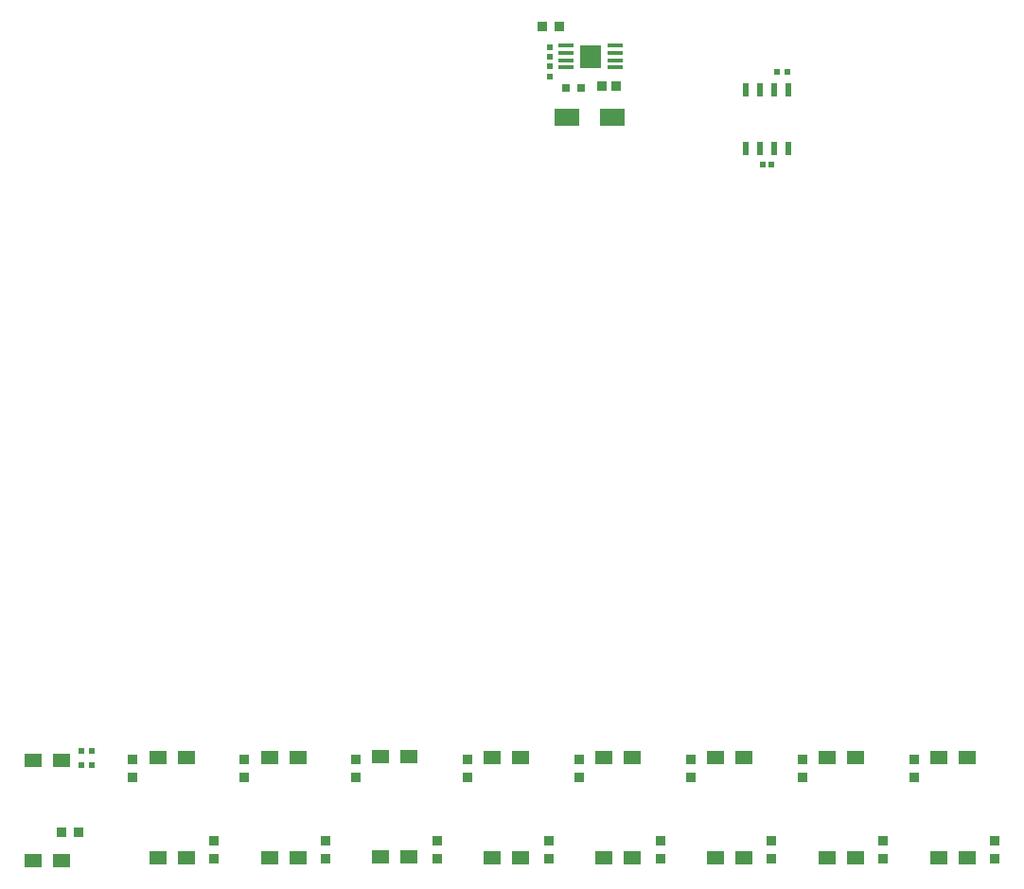
<source format=gbr>
%TF.GenerationSoftware,Altium Limited,Altium Designer,23.2.1 (34)*%
G04 Layer_Color=128*
%FSLAX45Y45*%
%MOMM*%
%TF.SameCoordinates,83BFC8FC-9030-44E2-93D2-7D6D4A75544F*%
%TF.FilePolarity,Positive*%
%TF.FileFunction,Paste,Bot*%
%TF.Part,Single*%
G01*
G75*
%TA.AperFunction,SMDPad,CuDef*%
%ADD11R,0.55000X0.55000*%
%ADD12R,0.85872X0.91213*%
%ADD13R,0.91213X0.85872*%
%ADD15R,0.55000X0.55000*%
%ADD42R,0.80650X0.86822*%
%ADD44R,0.52000X0.52000*%
%ADD75R,1.50000X1.30000*%
%ADD76R,1.84600X2.15000*%
%ADD77R,1.40000X0.45000*%
%ADD78R,2.20000X1.55000*%
%ADD79R,0.70000X0.65000*%
G04:AMPARAMS|DCode=80|XSize=0.55mm|YSize=1.25mm|CornerRadius=0.0495mm|HoleSize=0mm|Usage=FLASHONLY|Rotation=0.000|XOffset=0mm|YOffset=0mm|HoleType=Round|Shape=RoundedRectangle|*
%AMROUNDEDRECTD80*
21,1,0.55000,1.15100,0,0,0.0*
21,1,0.45100,1.25000,0,0,0.0*
1,1,0.09900,0.22550,-0.57550*
1,1,0.09900,-0.22550,-0.57550*
1,1,0.09900,-0.22550,0.57550*
1,1,0.09900,0.22550,0.57550*
%
%ADD80ROUNDEDRECTD80*%
D11*
X16543021Y10433600D02*
D03*
Y10343600D02*
D03*
X16545560Y10608860D02*
D03*
Y10518860D02*
D03*
D12*
X12172329Y3575000D02*
D03*
X12327671D02*
D03*
X16475510Y10792460D02*
D03*
X16630852D02*
D03*
D13*
X16805524Y4072329D02*
D03*
Y4227671D02*
D03*
X19800000D02*
D03*
Y4072329D02*
D03*
X18801842Y4227671D02*
D03*
Y4072329D02*
D03*
X17803682Y4227671D02*
D03*
Y4072329D02*
D03*
X15807364Y4227671D02*
D03*
Y4072329D02*
D03*
X14809206Y4227671D02*
D03*
Y4072329D02*
D03*
X13811046Y4227670D02*
D03*
Y4072329D02*
D03*
X12812888Y4227671D02*
D03*
Y4072329D02*
D03*
X20525000Y3500000D02*
D03*
Y3344659D02*
D03*
X19526842Y3500000D02*
D03*
Y3344659D02*
D03*
X18528682Y3500000D02*
D03*
Y3344659D02*
D03*
X17530524Y3500000D02*
D03*
Y3344659D02*
D03*
X16532364Y3500000D02*
D03*
Y3344659D02*
D03*
X15534206Y3500000D02*
D03*
Y3344659D02*
D03*
X14536046Y3500000D02*
D03*
Y3344659D02*
D03*
X13537888Y3500000D02*
D03*
Y3344659D02*
D03*
D15*
X12355010Y4179999D02*
D03*
X12445010D02*
D03*
X12355010Y4304999D02*
D03*
X12445010D02*
D03*
X18578281Y10388600D02*
D03*
X18668280D02*
D03*
D42*
X17132300Y10253980D02*
D03*
X17007129D02*
D03*
D44*
X18526120Y9555480D02*
D03*
X18446120D02*
D03*
D75*
X20277000Y3350000D02*
D03*
X20023000D02*
D03*
Y4250000D02*
D03*
X20277000D02*
D03*
X19278841Y3350000D02*
D03*
X19024840D02*
D03*
Y4250000D02*
D03*
X19278841D02*
D03*
X18280681Y3350000D02*
D03*
X18026682D02*
D03*
Y4250000D02*
D03*
X18280681D02*
D03*
X17282523Y3350000D02*
D03*
X17028522D02*
D03*
Y4250000D02*
D03*
X17282523D02*
D03*
X16284363Y3350000D02*
D03*
X16030363D02*
D03*
Y4250000D02*
D03*
X16284363D02*
D03*
X15286205Y3354052D02*
D03*
X15032204D02*
D03*
Y4254052D02*
D03*
X15286205D02*
D03*
X14288045Y3350000D02*
D03*
X14034045D02*
D03*
Y4250000D02*
D03*
X14288045D02*
D03*
X13289886Y3350000D02*
D03*
X13035886D02*
D03*
Y4250000D02*
D03*
X13289886D02*
D03*
X11917680Y4224440D02*
D03*
X12171680D02*
D03*
Y3324440D02*
D03*
X11917680D02*
D03*
D76*
X16906239Y10523220D02*
D03*
D77*
X17126241Y10425720D02*
D03*
Y10490720D02*
D03*
Y10555720D02*
D03*
Y10620720D02*
D03*
X16686240D02*
D03*
Y10555720D02*
D03*
Y10490720D02*
D03*
Y10425720D02*
D03*
D78*
X17101820Y9982200D02*
D03*
X16691820D02*
D03*
D79*
X16691380Y10241280D02*
D03*
X16821381D02*
D03*
D80*
X18679160Y9699380D02*
D03*
X18552161D02*
D03*
X18425160D02*
D03*
X18298160D02*
D03*
X18679160Y10224380D02*
D03*
X18552161D02*
D03*
X18425160D02*
D03*
X18298160D02*
D03*
%TF.MD5,9109f794943f4c1981762238f0957ab6*%
M02*

</source>
